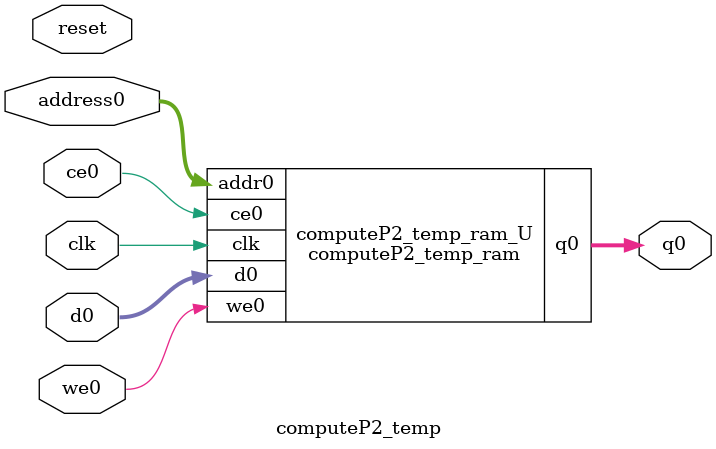
<source format=v>
`timescale 1 ns / 1 ps
module computeP2_temp_ram (addr0, ce0, d0, we0, q0,  clk);

parameter DWIDTH = 8;
parameter AWIDTH = 15;
parameter MEM_SIZE = 20160;

input[AWIDTH-1:0] addr0;
input ce0;
input[DWIDTH-1:0] d0;
input we0;
output reg[DWIDTH-1:0] q0;
input clk;

reg [DWIDTH-1:0] ram[0:MEM_SIZE-1];




always @(posedge clk)  
begin 
    if (ce0) begin
        if (we0) 
            ram[addr0] <= d0; 
        q0 <= ram[addr0];
    end
end


endmodule

`timescale 1 ns / 1 ps
module computeP2_temp(
    reset,
    clk,
    address0,
    ce0,
    we0,
    d0,
    q0);

parameter DataWidth = 32'd8;
parameter AddressRange = 32'd20160;
parameter AddressWidth = 32'd15;
input reset;
input clk;
input[AddressWidth - 1:0] address0;
input ce0;
input we0;
input[DataWidth - 1:0] d0;
output[DataWidth - 1:0] q0;



computeP2_temp_ram computeP2_temp_ram_U(
    .clk( clk ),
    .addr0( address0 ),
    .ce0( ce0 ),
    .we0( we0 ),
    .d0( d0 ),
    .q0( q0 ));

endmodule


</source>
